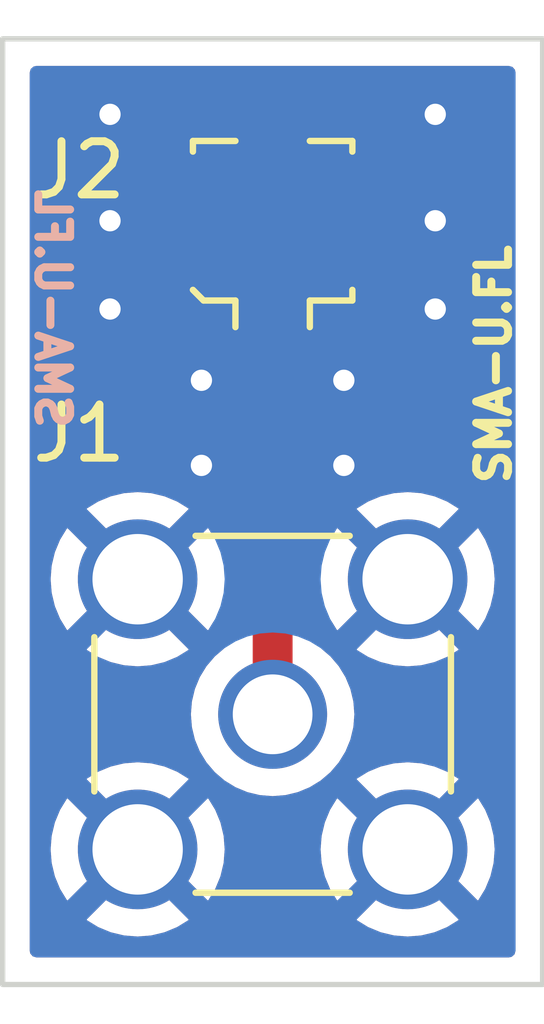
<source format=kicad_pcb>
(kicad_pcb (version 20211014) (generator pcbnew)
  (layers (0 "F.Cu" signal) (31 "B.Cu" signal) (34 "B.Paste" user) (35 "F.Paste" user) (36 "B.SilkS" user "B.Silkscreen") (37 "F.SilkS" user "F.Silkscreen") (38 "B.Mask" user) (39 "F.Mask" user) (44 "Edge.Cuts" user))
  (net 0 "")
  (net 1 "Net-(J1-Pad1)")
  (net 2 "Net-(J1-Pad2)")
  (footprint "Connector_Coaxial:SMA_Amphenol_132134-11_Vertical" (layer "F.Cu") (at 104.14 81.28)
    (fp_text reference "J1" (at -3.64 -5.28) (layer "F.SilkS"))
    (fp_text value "Conn_Coaxial")
    (fp_line (start -3.355 -1.45) (end -3.355 1.45) (layer "F.SilkS") (width 0.12))
    (fp_line (start -1.45 3.355) (end 1.45 3.355) (layer "F.SilkS") (width 0.12))
    (fp_line (start -1.45 -3.355) (end 1.45 -3.355) (layer "F.SilkS") (width 0.12))
    (fp_line (start 3.355 -1.45) (end 3.355 1.45) (layer "F.SilkS") (width 0.12))
    (pad "1" thru_hole circle (at 0 0) (size 2.05 2.05) (drill 1.5) (layers *.Cu *.Mask) (net 1 "Net-(J1-Pad1)"))
    (pad "2" thru_hole circle (at 2.54 2.54) (size 2.25 2.25) (drill 1.7) (layers *.Cu *.Mask) (net 2 "Net-(J1-Pad2)"))
    (pad "2" thru_hole circle (at -2.54 2.54) (size 2.25 2.25) (drill 1.7) (layers *.Cu *.Mask) (net 2 "Net-(J1-Pad2)"))
    (pad "2" thru_hole circle (at -2.54 -2.54) (size 2.25 2.25) (drill 1.7) (layers *.Cu *.Mask) (net 2 "Net-(J1-Pad2)"))
    (pad "2" thru_hole circle (at 2.54 -2.54) (size 2.25 2.25) (drill 1.7) (layers *.Cu *.Mask) (net 2 "Net-(J1-Pad2)"))
  )
  (footprint "Connector_Coaxial:U.FL_Molex_MCRF_73412-0110_Vertical" (layer "F.Cu") (at 104.14 72)
    (fp_text reference "J2" (at -3.64 -0.95) (layer "F.SilkS"))
    (fp_text value "Conn_Coaxial")
    (fp_line (start 1.5 -1.5) (end 1.5 -1.3) (layer "F.SilkS") (width 0.12))
    (fp_line (start -1.5 -1.5) (end -0.7 -1.5) (layer "F.SilkS") (width 0.12))
    (fp_line (start 0.7 1.5) (end 0.7 2) (layer "F.SilkS") (width 0.12))
    (fp_line (start 0.7 -1.5) (end 1.5 -1.5) (layer "F.SilkS") (width 0.12))
    (fp_line (start -1.5 -1.3) (end -1.5 -1.5) (layer "F.SilkS") (width 0.12))
    (fp_line (start 1.5 1.5) (end 0.7 1.5) (layer "F.SilkS") (width 0.12))
    (fp_line (start -0.7 1.5) (end -1.3 1.5) (layer "F.SilkS") (width 0.12))
    (fp_line (start -0.7 1.5) (end -0.7 2) (layer "F.SilkS") (width 0.12))
    (fp_line (start -1.3 1.5) (end -1.5 1.3) (layer "F.SilkS") (width 0.12))
    (fp_line (start 1.5 1.3) (end 1.5 1.5) (layer "F.SilkS") (width 0.12))
    (pad "1" smd rect (at 0 1.5) (size 1 1) (layers "F.Cu" "F.Paste" "F.Mask") (net 1 "Net-(J1-Pad1)"))
    (pad "2" smd rect (at 0 -1.5) (size 1 1) (layers "F.Cu" "F.Paste" "F.Mask") (net 2 "Net-(J1-Pad2)"))
    (pad "2" smd rect (at -1.475 0) (size 1.05 2.2) (layers "F.Cu" "F.Paste" "F.Mask") (net 2 "Net-(J1-Pad2)"))
    (pad "2" smd rect (at 1.475 0) (size 1.05 2.2) (layers "F.Cu" "F.Paste" "F.Mask") (net 2 "Net-(J1-Pad2)"))
  )
  (gr_rect (start 99.06 86.36) (end 109.22 68.58) (layer "Edge.Cuts") (width 0.1) (fill none))
  (gr_text "SMA-U.FL" (at 100 73.66 -90) (layer "B.SilkS") (effects (font (size 0.6 0.6)) (justify mirror)))
  (gr_text "SMA-U.FL" (at 108.3 74.7 90) (layer "F.SilkS") (effects (font (size 0.6 0.6))))
  (segment (start 104.14 81.28) (end 104.14 73.66) (width 0.75) (layer "F.Cu") (net 1))
  (via (at 101.08 70) (size 0.8) (drill 0.4) (layers "F.Cu" "B.Cu") (net 2))
  (via (at 107.2 70) (size 0.8) (drill 0.4) (layers "F.Cu" "B.Cu") (net 2))
  (via (at 105.48 76.6) (size 0.8) (drill 0.4) (layers "F.Cu" "B.Cu") (net 2))
  (via (at 107.2 72) (size 0.8) (drill 0.4) (layers "F.Cu" "B.Cu") (net 2))
  (via (at 102.8 75) (size 0.8) (drill 0.4) (layers "F.Cu" "B.Cu") (net 2))
  (via (at 101.08 72) (size 0.8) (drill 0.4) (layers "F.Cu" "B.Cu") (net 2))
  (via (at 105.48 75) (size 0.8) (drill 0.4) (layers "F.Cu" "B.Cu") (net 2))
  (via (at 101.08 73.66) (size 0.8) (drill 0.4) (layers "F.Cu" "B.Cu") (net 2))
  (via (at 107.2 73.66) (size 0.8) (drill 0.4) (layers "F.Cu" "B.Cu") (net 2))
  (via (at 102.8 76.6) (size 0.8) (drill 0.4) (layers "F.Cu" "B.Cu") (net 2))
  (zone (net 2) (net_name "Net-(J1-Pad2)") (layer "F.Cu") (connect_pads (clearance 0.508)) (min_thickness 0.254) (fill yes (thermal_gap 0.508) (thermal_bridge_width 0.508))
    (polygon (pts (xy 109.22 86.36) (xy 99.06 86.36) (xy 99.06 68.58) (xy 109.22 68.58)))
  )
  (zone (net 2) (net_name "Net-(J1-Pad2)") (layer "B.Cu") (connect_pads (clearance 0.508)) (min_thickness 0.254) (fill yes (thermal_gap 0.508) (thermal_bridge_width 0.508))
    (polygon (pts (xy 109.22 86.36) (xy 99.06 86.36) (xy 99.06 68.58) (xy 109.22 68.58)))
  )
)
</source>
